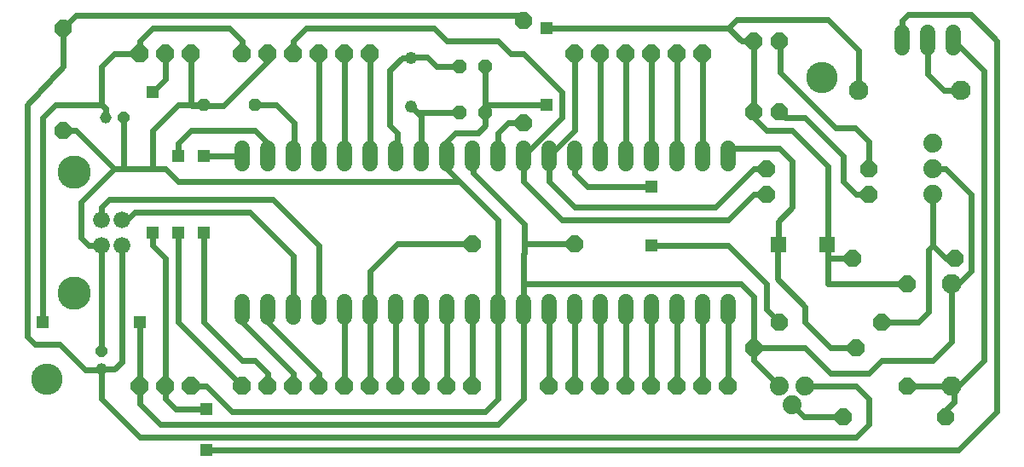
<source format=gbl>
G75*
%MOIN*%
%OFA0B0*%
%FSLAX25Y25*%
%IPPOS*%
%LPD*%
%AMOC8*
5,1,8,0,0,1.08239X$1,22.5*
%
%ADD10OC8,0.04600*%
%ADD11C,0.04600*%
%ADD12OC8,0.05600*%
%ADD13OC8,0.04800*%
%ADD14C,0.07600*%
%ADD15C,0.06000*%
%ADD16C,0.06600*%
%ADD17C,0.13000*%
%ADD18OC8,0.07000*%
%ADD19OC8,0.06600*%
%ADD20C,0.04800*%
%ADD21C,0.07400*%
%ADD22C,0.05850*%
%ADD23R,0.06000X0.06000*%
%ADD24C,0.02400*%
%ADD25R,0.04724X0.04724*%
%ADD26C,0.12268*%
D10*
X0050613Y0045984D03*
X0059113Y0137484D03*
D11*
X0052113Y0137484D03*
X0050613Y0038984D03*
D12*
X0190613Y0139453D03*
X0200613Y0139453D03*
X0200613Y0157484D03*
X0190613Y0157484D03*
D13*
X0110613Y0142484D03*
X0090613Y0142484D03*
D14*
X0346361Y0148154D03*
X0386361Y0148154D03*
X0382935Y0072484D03*
X0382935Y0032484D03*
D15*
X0383644Y0164681D02*
X0383644Y0170681D01*
X0373644Y0170681D02*
X0373644Y0164681D01*
X0363644Y0164681D02*
X0363644Y0170681D01*
D16*
X0058413Y0097406D03*
X0050613Y0097406D03*
X0050613Y0087563D03*
X0058413Y0087563D03*
D17*
X0039913Y0068784D03*
X0039913Y0116184D03*
D18*
X0065613Y0162484D03*
X0075613Y0162484D03*
X0085613Y0162484D03*
X0105613Y0162484D03*
X0115613Y0162484D03*
X0125613Y0162484D03*
X0135613Y0162484D03*
X0145613Y0162484D03*
X0155613Y0162484D03*
X0235613Y0162484D03*
X0245613Y0162484D03*
X0255613Y0162484D03*
X0265613Y0162484D03*
X0275613Y0162484D03*
X0285613Y0162484D03*
X0285613Y0032484D03*
X0295613Y0032484D03*
X0275613Y0032484D03*
X0265613Y0032484D03*
X0255613Y0032484D03*
X0245613Y0032484D03*
X0235613Y0032484D03*
X0225613Y0032484D03*
X0195613Y0032484D03*
X0185613Y0032484D03*
X0175613Y0032484D03*
X0165613Y0032484D03*
X0155613Y0032484D03*
X0145613Y0032484D03*
X0135613Y0032484D03*
X0125613Y0032484D03*
X0115613Y0032484D03*
X0105613Y0032484D03*
X0085613Y0032484D03*
X0075613Y0032484D03*
X0065613Y0032484D03*
D19*
X0195416Y0088114D03*
X0235416Y0088114D03*
X0310613Y0107484D03*
X0310613Y0117484D03*
X0350613Y0117484D03*
X0350613Y0107484D03*
X0344038Y0082484D03*
X0365613Y0072484D03*
X0384038Y0082484D03*
X0355613Y0057484D03*
X0345613Y0047484D03*
X0315613Y0057484D03*
X0305613Y0047484D03*
X0340613Y0020516D03*
X0365613Y0032484D03*
X0380613Y0020516D03*
X0215613Y0135437D03*
X0215613Y0175437D03*
X0305613Y0167327D03*
X0315613Y0167327D03*
X0315613Y0139768D03*
X0305613Y0139768D03*
X0035613Y0132484D03*
X0035613Y0172484D03*
D20*
X0171597Y0160921D03*
X0171597Y0141921D03*
D21*
X0375613Y0127484D03*
X0375613Y0117484D03*
X0375613Y0107484D03*
X0325613Y0032484D03*
X0315613Y0032484D03*
X0320613Y0024984D03*
D22*
X0295613Y0059559D02*
X0295613Y0065409D01*
X0285613Y0065409D02*
X0285613Y0059559D01*
X0275613Y0059559D02*
X0275613Y0065409D01*
X0265613Y0065409D02*
X0265613Y0059559D01*
X0255613Y0059559D02*
X0255613Y0065409D01*
X0245613Y0065409D02*
X0245613Y0059559D01*
X0235613Y0059559D02*
X0235613Y0065409D01*
X0225613Y0065409D02*
X0225613Y0059559D01*
X0215613Y0059559D02*
X0215613Y0065409D01*
X0205613Y0065409D02*
X0205613Y0059559D01*
X0195613Y0059559D02*
X0195613Y0065409D01*
X0185613Y0065409D02*
X0185613Y0059559D01*
X0175613Y0059559D02*
X0175613Y0065409D01*
X0165613Y0065409D02*
X0165613Y0059559D01*
X0155613Y0059559D02*
X0155613Y0065409D01*
X0145613Y0065409D02*
X0145613Y0059559D01*
X0135613Y0059559D02*
X0135613Y0065409D01*
X0125613Y0065409D02*
X0125613Y0059559D01*
X0115613Y0059559D02*
X0115613Y0065409D01*
X0105613Y0065409D02*
X0105613Y0059559D01*
X0105613Y0119559D02*
X0105613Y0125409D01*
X0115613Y0125409D02*
X0115613Y0119559D01*
X0125613Y0119559D02*
X0125613Y0125409D01*
X0135613Y0125409D02*
X0135613Y0119559D01*
X0145613Y0119559D02*
X0145613Y0125409D01*
X0155613Y0125409D02*
X0155613Y0119559D01*
X0165613Y0119559D02*
X0165613Y0125409D01*
X0175613Y0125409D02*
X0175613Y0119559D01*
X0185613Y0119559D02*
X0185613Y0125409D01*
X0195613Y0125409D02*
X0195613Y0119559D01*
X0205613Y0119559D02*
X0205613Y0125409D01*
X0215613Y0125409D02*
X0215613Y0119559D01*
X0225613Y0119559D02*
X0225613Y0125409D01*
X0235613Y0125409D02*
X0235613Y0119559D01*
X0245613Y0119559D02*
X0245613Y0125409D01*
X0255613Y0125409D02*
X0255613Y0119559D01*
X0265613Y0119559D02*
X0265613Y0125409D01*
X0275613Y0125409D02*
X0275613Y0119559D01*
X0285613Y0119559D02*
X0285613Y0125409D01*
X0295613Y0125409D02*
X0295613Y0119559D01*
D23*
X0315047Y0087634D03*
X0334210Y0087634D03*
D24*
X0050613Y0038902D02*
X0050613Y0027484D01*
X0065613Y0012484D01*
X0345613Y0012484D01*
X0350613Y0017484D01*
X0350613Y0027484D01*
X0345613Y0032484D01*
X0325613Y0032484D01*
X0315613Y0032484D02*
X0305613Y0042484D01*
X0305613Y0047484D01*
X0325613Y0047484D01*
X0335613Y0037484D01*
X0350613Y0037484D01*
X0355613Y0042484D01*
X0375613Y0042484D01*
X0382935Y0049807D01*
X0382935Y0072484D01*
X0385613Y0072484D01*
X0390613Y0077484D01*
X0390613Y0107484D01*
X0380613Y0117484D01*
X0375613Y0117484D01*
X0375613Y0107484D02*
X0375613Y0087484D01*
X0373880Y0085752D01*
X0373880Y0061539D01*
X0369825Y0057484D01*
X0355613Y0057484D01*
X0345613Y0047484D02*
X0335613Y0047484D01*
X0325613Y0057484D01*
X0325613Y0063584D01*
X0316713Y0072484D01*
X0316676Y0072484D01*
X0314825Y0074335D01*
X0314825Y0087413D01*
X0315047Y0087634D01*
X0315047Y0096919D01*
X0320613Y0102484D01*
X0320613Y0120516D01*
X0315613Y0125516D01*
X0296676Y0125516D01*
X0295613Y0122484D01*
X0285613Y0122484D02*
X0285613Y0162484D01*
X0275613Y0162484D02*
X0275613Y0122484D01*
X0265613Y0122484D02*
X0265613Y0162484D01*
X0255613Y0162484D02*
X0255613Y0122484D01*
X0245613Y0122484D02*
X0245613Y0162484D01*
X0235613Y0162484D02*
X0235613Y0132484D01*
X0225613Y0122484D01*
X0225613Y0112484D01*
X0235613Y0102484D01*
X0290613Y0102484D01*
X0305613Y0117484D01*
X0310613Y0117484D01*
X0310613Y0107484D02*
X0305613Y0107484D01*
X0295613Y0097484D01*
X0230613Y0097484D01*
X0215613Y0112484D01*
X0215613Y0122484D01*
X0230613Y0137484D01*
X0230613Y0147484D01*
X0215613Y0162484D01*
X0210613Y0162484D01*
X0205613Y0167484D01*
X0185613Y0167484D01*
X0180613Y0172484D01*
X0130613Y0172484D01*
X0125613Y0167484D01*
X0125613Y0162484D01*
X0115613Y0162484D02*
X0115613Y0159571D01*
X0098290Y0142248D01*
X0085849Y0142248D01*
X0085613Y0142484D01*
X0085613Y0162484D01*
X0075613Y0162484D02*
X0075613Y0152484D01*
X0070613Y0147484D01*
X0080613Y0142484D02*
X0070613Y0132484D01*
X0070613Y0117484D01*
X0075613Y0117484D01*
X0080613Y0112484D01*
X0190613Y0112484D01*
X0185613Y0117484D01*
X0185613Y0122484D01*
X0185613Y0128193D01*
X0188841Y0131421D01*
X0197699Y0131421D01*
X0200652Y0134374D01*
X0200652Y0139413D01*
X0200613Y0139453D01*
X0200613Y0141264D01*
X0201833Y0142484D01*
X0224628Y0142484D01*
X0215613Y0135437D02*
X0209589Y0135437D01*
X0205573Y0131421D01*
X0205573Y0122524D01*
X0205613Y0122484D01*
X0205613Y0127484D01*
X0195731Y0122366D02*
X0195613Y0122484D01*
X0195731Y0122366D02*
X0195731Y0115673D01*
X0215731Y0095673D01*
X0215731Y0088114D01*
X0235416Y0088114D01*
X0215731Y0088114D02*
X0215731Y0084295D01*
X0215613Y0084177D01*
X0215613Y0072484D01*
X0300613Y0072484D01*
X0305613Y0067484D01*
X0305613Y0047484D01*
X0315613Y0057484D02*
X0310613Y0062484D01*
X0310613Y0072484D01*
X0295613Y0087484D01*
X0265613Y0087484D01*
X0265613Y0110516D02*
X0240613Y0110516D01*
X0235613Y0115516D01*
X0235613Y0122484D01*
X0200613Y0141264D02*
X0200613Y0157484D01*
X0190613Y0157484D02*
X0181479Y0157484D01*
X0178014Y0160949D01*
X0171624Y0160949D01*
X0171597Y0160921D01*
X0168144Y0160921D01*
X0163250Y0156028D01*
X0163250Y0134374D01*
X0166203Y0131421D01*
X0166203Y0123075D01*
X0165613Y0122484D01*
X0155613Y0122484D02*
X0155613Y0162484D01*
X0145613Y0162484D02*
X0145613Y0122484D01*
X0135613Y0122484D02*
X0135613Y0162484D01*
X0105613Y0162484D02*
X0105613Y0167484D01*
X0100613Y0172484D01*
X0070613Y0172484D01*
X0065613Y0167484D01*
X0065613Y0162484D01*
X0055613Y0162484D01*
X0050613Y0157484D01*
X0050613Y0142484D01*
X0052113Y0140984D01*
X0052113Y0137484D01*
X0050613Y0142484D02*
X0032581Y0142484D01*
X0027581Y0137484D01*
X0027581Y0057484D01*
X0021597Y0051618D02*
X0021597Y0142484D01*
X0035613Y0157484D01*
X0035613Y0172484D01*
X0040613Y0177484D01*
X0213565Y0177484D01*
X0215613Y0175437D01*
X0224628Y0172484D02*
X0295613Y0172484D01*
X0298841Y0175713D01*
X0334510Y0175713D01*
X0346361Y0163862D01*
X0346361Y0148154D01*
X0325613Y0137484D02*
X0317896Y0137484D01*
X0315613Y0139768D01*
X0325613Y0137484D02*
X0340613Y0122484D01*
X0340613Y0112484D01*
X0345613Y0107484D01*
X0350613Y0107484D01*
X0350613Y0117484D02*
X0350613Y0128114D01*
X0345337Y0133390D01*
X0337463Y0133390D01*
X0315809Y0155043D01*
X0315809Y0167130D01*
X0315613Y0167327D01*
X0305613Y0167327D02*
X0300770Y0167327D01*
X0295613Y0172484D01*
X0305613Y0167327D02*
X0305613Y0139768D01*
X0305613Y0137484D01*
X0310613Y0132484D01*
X0320613Y0132484D01*
X0334513Y0118584D01*
X0334513Y0093038D01*
X0334513Y0087937D01*
X0334210Y0087634D01*
X0334513Y0087331D01*
X0334513Y0082484D01*
X0344038Y0082484D01*
X0334513Y0082484D02*
X0334513Y0072484D01*
X0365613Y0072484D01*
X0380613Y0082484D02*
X0375613Y0087484D01*
X0380613Y0082484D02*
X0384038Y0082484D01*
X0334513Y0093038D02*
X0334510Y0093035D01*
X0295613Y0062484D02*
X0295613Y0032484D01*
X0285613Y0032484D02*
X0285613Y0062484D01*
X0275613Y0062484D02*
X0275613Y0032484D01*
X0265613Y0032484D02*
X0265613Y0062484D01*
X0255613Y0062484D02*
X0255613Y0032484D01*
X0245613Y0032484D02*
X0245613Y0062484D01*
X0235613Y0062484D02*
X0235613Y0032484D01*
X0225613Y0032484D02*
X0225613Y0062484D01*
X0215613Y0062484D02*
X0215613Y0027484D01*
X0205613Y0017484D01*
X0073644Y0017484D01*
X0065613Y0025516D01*
X0065613Y0032484D01*
X0065613Y0057484D01*
X0080613Y0057484D02*
X0105613Y0032484D01*
X0115613Y0032484D02*
X0115613Y0037484D01*
X0110613Y0042484D01*
X0105613Y0042484D01*
X0090613Y0057484D01*
X0090613Y0092484D01*
X0080613Y0092484D02*
X0080613Y0057484D01*
X0105613Y0057484D02*
X0105613Y0062484D01*
X0105613Y0057484D02*
X0125613Y0037484D01*
X0125613Y0032484D01*
X0135613Y0032484D02*
X0135613Y0037484D01*
X0115613Y0057484D01*
X0115613Y0062484D01*
X0125613Y0062484D02*
X0125613Y0083547D01*
X0108644Y0100516D01*
X0063644Y0100516D01*
X0060534Y0097406D01*
X0058413Y0097406D01*
X0050613Y0097406D02*
X0050613Y0102484D01*
X0053644Y0105516D01*
X0117581Y0105516D01*
X0135613Y0087484D01*
X0135613Y0062484D01*
X0145613Y0062484D02*
X0145613Y0032484D01*
X0155613Y0032484D02*
X0155613Y0062484D01*
X0155613Y0077524D01*
X0166203Y0088114D01*
X0195416Y0088114D01*
X0205613Y0097484D02*
X0190613Y0112484D01*
X0175613Y0122484D02*
X0175613Y0137906D01*
X0174150Y0139368D01*
X0174235Y0139453D01*
X0190613Y0139453D01*
X0174150Y0139368D02*
X0171597Y0141921D01*
X0125849Y0135358D02*
X0125849Y0122720D01*
X0125613Y0122484D01*
X0115613Y0122484D02*
X0115613Y0127484D01*
X0110613Y0132484D01*
X0085613Y0132484D01*
X0080613Y0127484D01*
X0080613Y0122484D01*
X0090613Y0122484D02*
X0105613Y0122484D01*
X0118723Y0142484D02*
X0125849Y0135358D01*
X0118723Y0142484D02*
X0110613Y0142484D01*
X0090613Y0142484D02*
X0085849Y0142248D01*
X0090613Y0142484D02*
X0080613Y0142484D01*
X0059113Y0137484D02*
X0059113Y0117677D01*
X0058920Y0117484D01*
X0070613Y0117484D01*
X0058920Y0117484D02*
X0055613Y0117484D01*
X0040613Y0132484D01*
X0035613Y0132484D01*
X0055613Y0117484D02*
X0042581Y0104453D01*
X0042581Y0090516D01*
X0045534Y0087563D01*
X0050613Y0087563D01*
X0050613Y0045984D01*
X0055543Y0038984D02*
X0058413Y0041854D01*
X0058413Y0087563D01*
X0070613Y0087484D02*
X0070613Y0092484D01*
X0070613Y0087484D02*
X0075613Y0082484D01*
X0075613Y0032484D01*
X0075613Y0027484D01*
X0079628Y0023469D01*
X0091676Y0023469D01*
X0091676Y0032484D02*
X0101676Y0022484D01*
X0200613Y0022484D01*
X0205613Y0027484D01*
X0205613Y0062484D01*
X0205613Y0097484D01*
X0215613Y0072484D02*
X0215613Y0062484D01*
X0195613Y0062484D02*
X0195613Y0032484D01*
X0185613Y0032484D02*
X0185613Y0062484D01*
X0175613Y0062484D02*
X0175613Y0032484D01*
X0165613Y0032484D02*
X0165613Y0062484D01*
X0155613Y0062484D02*
X0155376Y0062720D01*
X0091676Y0032484D02*
X0085613Y0032484D01*
X0055543Y0038984D02*
X0050613Y0038984D01*
X0050613Y0038902D01*
X0044156Y0038902D01*
X0034313Y0048744D01*
X0024471Y0048744D01*
X0021597Y0051618D01*
X0091676Y0007484D02*
X0385613Y0007484D01*
X0400613Y0022484D01*
X0400613Y0167484D01*
X0390416Y0177681D01*
X0366006Y0177681D01*
X0363644Y0175319D01*
X0363644Y0167681D01*
X0373644Y0167681D02*
X0373644Y0154295D01*
X0379786Y0148154D01*
X0386361Y0148154D01*
X0395613Y0155713D02*
X0383644Y0167681D01*
X0373880Y0167445D02*
X0373644Y0167681D01*
X0395613Y0155713D02*
X0395613Y0042484D01*
X0385613Y0032484D01*
X0382935Y0032484D01*
X0383723Y0031697D01*
X0383723Y0026106D01*
X0380613Y0022996D01*
X0380613Y0020516D01*
X0382935Y0032484D02*
X0365613Y0032484D01*
X0340613Y0020516D02*
X0325081Y0020516D01*
X0320613Y0024984D01*
D25*
X0265613Y0087484D03*
X0265613Y0110516D03*
X0224628Y0142484D03*
X0224628Y0172484D03*
X0090613Y0122484D03*
X0080613Y0122484D03*
X0070613Y0147484D03*
X0070613Y0092484D03*
X0080613Y0092484D03*
X0090613Y0092484D03*
X0065613Y0057484D03*
X0027581Y0057484D03*
X0091676Y0023469D03*
X0091676Y0007484D03*
D26*
X0029195Y0034965D03*
X0332345Y0153075D03*
M02*

</source>
